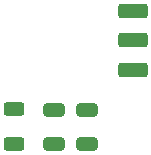
<source format=gbr>
%TF.GenerationSoftware,KiCad,Pcbnew,8.0.8*%
%TF.CreationDate,2025-02-27T22:48:28-08:00*%
%TF.ProjectId,SmartLitterBoxSensor,536d6172-744c-4697-9474-6572426f7853,rev?*%
%TF.SameCoordinates,Original*%
%TF.FileFunction,Paste,Top*%
%TF.FilePolarity,Positive*%
%FSLAX46Y46*%
G04 Gerber Fmt 4.6, Leading zero omitted, Abs format (unit mm)*
G04 Created by KiCad (PCBNEW 8.0.8) date 2025-02-27 22:48:28*
%MOMM*%
%LPD*%
G01*
G04 APERTURE LIST*
G04 Aperture macros list*
%AMRoundRect*
0 Rectangle with rounded corners*
0 $1 Rounding radius*
0 $2 $3 $4 $5 $6 $7 $8 $9 X,Y pos of 4 corners*
0 Add a 4 corners polygon primitive as box body*
4,1,4,$2,$3,$4,$5,$6,$7,$8,$9,$2,$3,0*
0 Add four circle primitives for the rounded corners*
1,1,$1+$1,$2,$3*
1,1,$1+$1,$4,$5*
1,1,$1+$1,$6,$7*
1,1,$1+$1,$8,$9*
0 Add four rect primitives between the rounded corners*
20,1,$1+$1,$2,$3,$4,$5,0*
20,1,$1+$1,$4,$5,$6,$7,0*
20,1,$1+$1,$6,$7,$8,$9,0*
20,1,$1+$1,$8,$9,$2,$3,0*%
G04 Aperture macros list end*
%ADD10RoundRect,0.250000X1.000000X-0.375000X1.000000X0.375000X-1.000000X0.375000X-1.000000X-0.375000X0*%
%ADD11RoundRect,0.250000X-0.650000X0.325000X-0.650000X-0.325000X0.650000X-0.325000X0.650000X0.325000X0*%
%ADD12RoundRect,0.250000X0.625000X-0.312500X0.625000X0.312500X-0.625000X0.312500X-0.625000X-0.312500X0*%
G04 APERTURE END LIST*
D10*
%TO.C,SW1*%
X199434000Y-110450000D03*
X199434000Y-107950000D03*
X199434000Y-105450000D03*
%TD*%
D11*
%TO.C,C2*%
X192786000Y-113841000D03*
X192786000Y-116791000D03*
%TD*%
D12*
%TO.C,R2*%
X189391000Y-116745500D03*
X189391000Y-113820500D03*
%TD*%
D11*
%TO.C,C1*%
X195580000Y-113841000D03*
X195580000Y-116791000D03*
%TD*%
M02*

</source>
